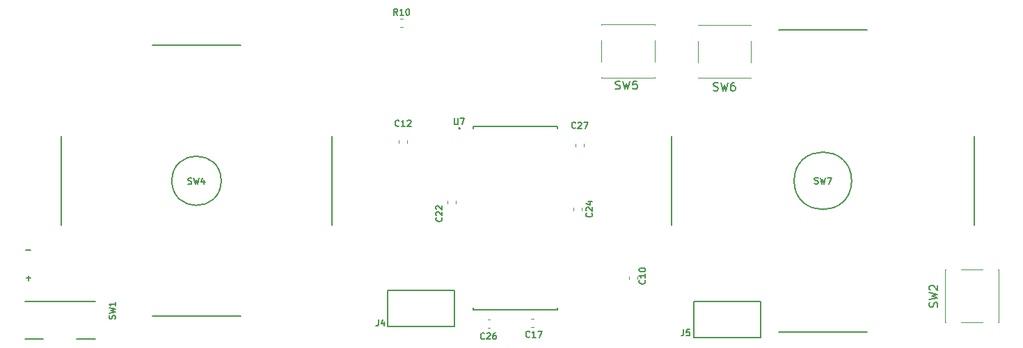
<source format=gbr>
G04 #@! TF.GenerationSoftware,KiCad,Pcbnew,5.1.3-ffb9f22~84~ubuntu18.10.1*
G04 #@! TF.CreationDate,2019-11-11T13:28:35-06:00*
G04 #@! TF.ProjectId,BurnedHead,4275726e-6564-4486-9561-642e6b696361,rev?*
G04 #@! TF.SameCoordinates,Original*
G04 #@! TF.FileFunction,Legend,Top*
G04 #@! TF.FilePolarity,Positive*
%FSLAX46Y46*%
G04 Gerber Fmt 4.6, Leading zero omitted, Abs format (unit mm)*
G04 Created by KiCad (PCBNEW 5.1.3-ffb9f22~84~ubuntu18.10.1) date 2019-11-11 13:28:35*
%MOMM*%
%LPD*%
G04 APERTURE LIST*
%ADD10C,0.127000*%
%ADD11C,0.150000*%
%ADD12C,0.120000*%
%ADD13C,0.200000*%
G04 APERTURE END LIST*
D10*
X156415014Y-170407148D02*
X156995585Y-170407148D01*
X156435334Y-173767568D02*
X157015905Y-173767568D01*
X156725620Y-174057854D02*
X156725620Y-173477282D01*
D11*
X241754660Y-176664620D02*
X237704660Y-176664620D01*
X241754660Y-176664620D02*
X245804660Y-176664620D01*
X245804660Y-176664620D02*
X245804660Y-181064620D01*
X245804660Y-181064620D02*
X237704660Y-181064620D01*
X237704660Y-181064620D02*
X237704660Y-176664620D01*
D12*
X224318291Y-157781014D02*
X224318291Y-157455456D01*
X223298291Y-157781014D02*
X223298291Y-157455456D01*
X223000521Y-165239391D02*
X223000521Y-165564949D01*
X224020521Y-165239391D02*
X224020521Y-165564949D01*
X202805425Y-157342863D02*
X202805425Y-157017305D01*
X201785425Y-157342863D02*
X201785425Y-157017305D01*
X212575255Y-179886642D02*
X212900813Y-179886642D01*
X212575255Y-178866642D02*
X212900813Y-178866642D01*
X217875901Y-179798440D02*
X218201459Y-179798440D01*
X217875901Y-178778440D02*
X218201459Y-178778440D01*
X229753700Y-173618941D02*
X229753700Y-173944499D01*
X230773700Y-173618941D02*
X230773700Y-173944499D01*
X201962834Y-143157951D02*
X202288392Y-143157951D01*
X201962834Y-142137951D02*
X202288392Y-142137951D01*
X207668829Y-164349252D02*
X207668829Y-164674810D01*
X208688829Y-164349252D02*
X208688829Y-164674810D01*
D13*
X209265000Y-155529000D02*
G75*
G03X209265000Y-155529000I-100000J0D01*
G01*
D10*
X221085000Y-155329000D02*
X221085000Y-155579000D01*
X210845000Y-155329000D02*
X210845000Y-155579000D01*
X221085000Y-177629000D02*
X221085000Y-177379000D01*
X210845000Y-177629000D02*
X210845000Y-177379000D01*
X210845000Y-155329000D02*
X221085000Y-155329000D01*
X221085000Y-177629000D02*
X210845000Y-177629000D01*
D11*
X204497940Y-175270160D02*
X200447940Y-175270160D01*
X204497940Y-175270160D02*
X208547940Y-175270160D01*
X208547940Y-175270160D02*
X208547940Y-179670160D01*
X208547940Y-179670160D02*
X200447940Y-179670160D01*
X200447940Y-179670160D02*
X200447940Y-175270160D01*
D12*
X268273140Y-172753900D02*
X268273140Y-179213900D01*
X272803140Y-172753900D02*
X270203140Y-172753900D01*
X274733140Y-172753900D02*
X274733140Y-179213900D01*
X272803140Y-179213900D02*
X270203140Y-179213900D01*
X274703140Y-172753900D02*
X274733140Y-172753900D01*
X268273140Y-172753900D02*
X268303140Y-172753900D01*
X268273140Y-179213900D02*
X268303140Y-179213900D01*
X274733140Y-179213900D02*
X274703140Y-179213900D01*
X238150000Y-149410000D02*
X244610000Y-149410000D01*
X238150000Y-144880000D02*
X238150000Y-147480000D01*
X238150000Y-142950000D02*
X244610000Y-142950000D01*
X244610000Y-144880000D02*
X244610000Y-147480000D01*
X238150000Y-142980000D02*
X238150000Y-142950000D01*
X238150000Y-149410000D02*
X238150000Y-149380000D01*
X244610000Y-149410000D02*
X244610000Y-149380000D01*
X244610000Y-142950000D02*
X244610000Y-142980000D01*
X226430000Y-149350000D02*
X232890000Y-149350000D01*
X226430000Y-144820000D02*
X226430000Y-147420000D01*
X226430000Y-142890000D02*
X232890000Y-142890000D01*
X232890000Y-144820000D02*
X232890000Y-147420000D01*
X226430000Y-142920000D02*
X226430000Y-142890000D01*
X226430000Y-149350000D02*
X226430000Y-149320000D01*
X232890000Y-149350000D02*
X232890000Y-149320000D01*
X232890000Y-142890000D02*
X232890000Y-142920000D01*
D11*
X256865000Y-161925000D02*
G75*
G03X256865000Y-161925000I-3500000J0D01*
G01*
X271765000Y-167325000D02*
X271765000Y-161925000D01*
X271765000Y-161925000D02*
X271765000Y-156525000D01*
X247965000Y-180325000D02*
X253365000Y-180325000D01*
X253365000Y-180325000D02*
X258765000Y-180325000D01*
X234965000Y-167325000D02*
X234965000Y-161925000D01*
X234965000Y-161925000D02*
X234965000Y-156525000D01*
X247965000Y-143525000D02*
X253365000Y-143525000D01*
X253365000Y-143525000D02*
X258765000Y-143525000D01*
X180165000Y-161925000D02*
G75*
G03X180165000Y-161925000I-3000000J0D01*
G01*
X193665000Y-167325000D02*
X193665000Y-161925000D01*
X193665000Y-161925000D02*
X193665000Y-156525000D01*
X171765000Y-178425000D02*
X177165000Y-178425000D01*
X177165000Y-178425000D02*
X182565000Y-178425000D01*
X160665000Y-167325000D02*
X160665000Y-161925000D01*
X160665000Y-161925000D02*
X160665000Y-156525000D01*
X171765000Y-145425000D02*
X177165000Y-145425000D01*
X177165000Y-145425000D02*
X182565000Y-145425000D01*
X156295060Y-176617600D02*
X164895060Y-176617600D01*
X156295060Y-181217600D02*
X158495060Y-181217600D01*
X162595060Y-181217600D02*
X164895060Y-181217600D01*
D10*
X236420660Y-180057334D02*
X236420660Y-180601620D01*
X236384374Y-180710477D01*
X236311802Y-180783048D01*
X236202945Y-180819334D01*
X236130374Y-180819334D01*
X237146374Y-180057334D02*
X236783517Y-180057334D01*
X236747231Y-180420191D01*
X236783517Y-180383905D01*
X236856088Y-180347620D01*
X237037517Y-180347620D01*
X237110088Y-180383905D01*
X237146374Y-180420191D01*
X237182660Y-180492762D01*
X237182660Y-180674191D01*
X237146374Y-180746762D01*
X237110088Y-180783048D01*
X237037517Y-180819334D01*
X236856088Y-180819334D01*
X236783517Y-180783048D01*
X236747231Y-180746762D01*
X223289222Y-155453442D02*
X223252937Y-155489728D01*
X223144080Y-155526014D01*
X223071508Y-155526014D01*
X222962651Y-155489728D01*
X222890080Y-155417157D01*
X222853794Y-155344585D01*
X222817508Y-155199442D01*
X222817508Y-155090585D01*
X222853794Y-154945442D01*
X222890080Y-154872871D01*
X222962651Y-154800300D01*
X223071508Y-154764014D01*
X223144080Y-154764014D01*
X223252937Y-154800300D01*
X223289222Y-154836585D01*
X223579508Y-154836585D02*
X223615794Y-154800300D01*
X223688365Y-154764014D01*
X223869794Y-154764014D01*
X223942365Y-154800300D01*
X223978651Y-154836585D01*
X224014937Y-154909157D01*
X224014937Y-154981728D01*
X223978651Y-155090585D01*
X223543222Y-155526014D01*
X224014937Y-155526014D01*
X224268937Y-154764014D02*
X224776937Y-154764014D01*
X224450365Y-155526014D01*
X225237402Y-165861637D02*
X225273688Y-165897922D01*
X225309974Y-166006780D01*
X225309974Y-166079351D01*
X225273688Y-166188208D01*
X225201117Y-166260780D01*
X225128545Y-166297065D01*
X224983402Y-166333351D01*
X224874545Y-166333351D01*
X224729402Y-166297065D01*
X224656831Y-166260780D01*
X224584260Y-166188208D01*
X224547974Y-166079351D01*
X224547974Y-166006780D01*
X224584260Y-165897922D01*
X224620545Y-165861637D01*
X224620545Y-165571351D02*
X224584260Y-165535065D01*
X224547974Y-165462494D01*
X224547974Y-165281065D01*
X224584260Y-165208494D01*
X224620545Y-165172208D01*
X224693117Y-165135922D01*
X224765688Y-165135922D01*
X224874545Y-165172208D01*
X225309974Y-165607637D01*
X225309974Y-165135922D01*
X224801974Y-164482780D02*
X225309974Y-164482780D01*
X224511688Y-164664208D02*
X225055974Y-164845637D01*
X225055974Y-164373922D01*
X201810982Y-155217222D02*
X201774697Y-155253508D01*
X201665840Y-155289794D01*
X201593268Y-155289794D01*
X201484411Y-155253508D01*
X201411840Y-155180937D01*
X201375554Y-155108365D01*
X201339268Y-154963222D01*
X201339268Y-154854365D01*
X201375554Y-154709222D01*
X201411840Y-154636651D01*
X201484411Y-154564080D01*
X201593268Y-154527794D01*
X201665840Y-154527794D01*
X201774697Y-154564080D01*
X201810982Y-154600365D01*
X202536697Y-155289794D02*
X202101268Y-155289794D01*
X202318982Y-155289794D02*
X202318982Y-154527794D01*
X202246411Y-154636651D01*
X202173840Y-154709222D01*
X202101268Y-154745508D01*
X202826982Y-154600365D02*
X202863268Y-154564080D01*
X202935840Y-154527794D01*
X203117268Y-154527794D01*
X203189840Y-154564080D01*
X203226125Y-154600365D01*
X203262411Y-154672937D01*
X203262411Y-154745508D01*
X203226125Y-154854365D01*
X202790697Y-155289794D01*
X203262411Y-155289794D01*
X212200142Y-181162142D02*
X212163857Y-181198428D01*
X212055000Y-181234714D01*
X211982428Y-181234714D01*
X211873571Y-181198428D01*
X211801000Y-181125857D01*
X211764714Y-181053285D01*
X211728428Y-180908142D01*
X211728428Y-180799285D01*
X211764714Y-180654142D01*
X211801000Y-180581571D01*
X211873571Y-180509000D01*
X211982428Y-180472714D01*
X212055000Y-180472714D01*
X212163857Y-180509000D01*
X212200142Y-180545285D01*
X212490428Y-180545285D02*
X212526714Y-180509000D01*
X212599285Y-180472714D01*
X212780714Y-180472714D01*
X212853285Y-180509000D01*
X212889571Y-180545285D01*
X212925857Y-180617857D01*
X212925857Y-180690428D01*
X212889571Y-180799285D01*
X212454142Y-181234714D01*
X212925857Y-181234714D01*
X213579000Y-180472714D02*
X213433857Y-180472714D01*
X213361285Y-180509000D01*
X213325000Y-180545285D01*
X213252428Y-180654142D01*
X213216142Y-180799285D01*
X213216142Y-181089571D01*
X213252428Y-181162142D01*
X213288714Y-181198428D01*
X213361285Y-181234714D01*
X213506428Y-181234714D01*
X213579000Y-181198428D01*
X213615285Y-181162142D01*
X213651571Y-181089571D01*
X213651571Y-180908142D01*
X213615285Y-180835571D01*
X213579000Y-180799285D01*
X213506428Y-180763000D01*
X213361285Y-180763000D01*
X213288714Y-180799285D01*
X213252428Y-180835571D01*
X213216142Y-180908142D01*
X217698999Y-180946036D02*
X217662714Y-180982322D01*
X217553857Y-181018608D01*
X217481285Y-181018608D01*
X217372428Y-180982322D01*
X217299857Y-180909751D01*
X217263571Y-180837179D01*
X217227285Y-180692036D01*
X217227285Y-180583179D01*
X217263571Y-180438036D01*
X217299857Y-180365465D01*
X217372428Y-180292894D01*
X217481285Y-180256608D01*
X217553857Y-180256608D01*
X217662714Y-180292894D01*
X217698999Y-180329179D01*
X218424714Y-181018608D02*
X217989285Y-181018608D01*
X218206999Y-181018608D02*
X218206999Y-180256608D01*
X218134428Y-180365465D01*
X218061857Y-180438036D01*
X217989285Y-180474322D01*
X218678714Y-180256608D02*
X219186714Y-180256608D01*
X218860142Y-181018608D01*
X231704242Y-174012497D02*
X231740528Y-174048782D01*
X231776814Y-174157640D01*
X231776814Y-174230211D01*
X231740528Y-174339068D01*
X231667957Y-174411640D01*
X231595385Y-174447925D01*
X231450242Y-174484211D01*
X231341385Y-174484211D01*
X231196242Y-174447925D01*
X231123671Y-174411640D01*
X231051100Y-174339068D01*
X231014814Y-174230211D01*
X231014814Y-174157640D01*
X231051100Y-174048782D01*
X231087385Y-174012497D01*
X231776814Y-173286782D02*
X231776814Y-173722211D01*
X231776814Y-173504497D02*
X231014814Y-173504497D01*
X231123671Y-173577068D01*
X231196242Y-173649640D01*
X231232528Y-173722211D01*
X231014814Y-172815068D02*
X231014814Y-172742497D01*
X231051100Y-172669925D01*
X231087385Y-172633640D01*
X231159957Y-172597354D01*
X231305100Y-172561068D01*
X231486528Y-172561068D01*
X231631671Y-172597354D01*
X231704242Y-172633640D01*
X231740528Y-172669925D01*
X231776814Y-172742497D01*
X231776814Y-172815068D01*
X231740528Y-172887640D01*
X231704242Y-172923925D01*
X231631671Y-172960211D01*
X231486528Y-172996497D01*
X231305100Y-172996497D01*
X231159957Y-172960211D01*
X231087385Y-172923925D01*
X231051100Y-172887640D01*
X231014814Y-172815068D01*
X201620142Y-141724714D02*
X201366142Y-141361857D01*
X201184714Y-141724714D02*
X201184714Y-140962714D01*
X201475000Y-140962714D01*
X201547571Y-140999000D01*
X201583857Y-141035285D01*
X201620142Y-141107857D01*
X201620142Y-141216714D01*
X201583857Y-141289285D01*
X201547571Y-141325571D01*
X201475000Y-141361857D01*
X201184714Y-141361857D01*
X202345857Y-141724714D02*
X201910428Y-141724714D01*
X202128142Y-141724714D02*
X202128142Y-140962714D01*
X202055571Y-141071571D01*
X201983000Y-141144142D01*
X201910428Y-141180428D01*
X202817571Y-140962714D02*
X202890142Y-140962714D01*
X202962714Y-140999000D01*
X202999000Y-141035285D01*
X203035285Y-141107857D01*
X203071571Y-141253000D01*
X203071571Y-141434428D01*
X203035285Y-141579571D01*
X202999000Y-141652142D01*
X202962714Y-141688428D01*
X202890142Y-141724714D01*
X202817571Y-141724714D01*
X202745000Y-141688428D01*
X202708714Y-141652142D01*
X202672428Y-141579571D01*
X202636142Y-141434428D01*
X202636142Y-141253000D01*
X202672428Y-141107857D01*
X202708714Y-141035285D01*
X202745000Y-140999000D01*
X202817571Y-140962714D01*
X206982422Y-166410277D02*
X207018708Y-166446562D01*
X207054994Y-166555420D01*
X207054994Y-166627991D01*
X207018708Y-166736848D01*
X206946137Y-166809420D01*
X206873565Y-166845705D01*
X206728422Y-166881991D01*
X206619565Y-166881991D01*
X206474422Y-166845705D01*
X206401851Y-166809420D01*
X206329280Y-166736848D01*
X206292994Y-166627991D01*
X206292994Y-166555420D01*
X206329280Y-166446562D01*
X206365565Y-166410277D01*
X206365565Y-166119991D02*
X206329280Y-166083705D01*
X206292994Y-166011134D01*
X206292994Y-165829705D01*
X206329280Y-165757134D01*
X206365565Y-165720848D01*
X206438137Y-165684562D01*
X206510708Y-165684562D01*
X206619565Y-165720848D01*
X207054994Y-166156277D01*
X207054994Y-165684562D01*
X206365565Y-165394277D02*
X206329280Y-165357991D01*
X206292994Y-165285420D01*
X206292994Y-165103991D01*
X206329280Y-165031420D01*
X206365565Y-164995134D01*
X206438137Y-164958848D01*
X206510708Y-164958848D01*
X206619565Y-164995134D01*
X207054994Y-165430562D01*
X207054994Y-164958848D01*
X208535088Y-154319514D02*
X208535088Y-154936371D01*
X208571374Y-155008942D01*
X208607660Y-155045228D01*
X208680231Y-155081514D01*
X208825374Y-155081514D01*
X208897945Y-155045228D01*
X208934231Y-155008942D01*
X208970517Y-154936371D01*
X208970517Y-154319514D01*
X209260802Y-154319514D02*
X209768802Y-154319514D01*
X209442231Y-155081514D01*
X199296020Y-178848294D02*
X199296020Y-179392580D01*
X199259734Y-179501437D01*
X199187162Y-179574008D01*
X199078305Y-179610294D01*
X199005734Y-179610294D01*
X199985448Y-179102294D02*
X199985448Y-179610294D01*
X199804020Y-178812008D02*
X199622591Y-179356294D01*
X200094305Y-179356294D01*
D11*
X267277481Y-177322313D02*
X267325100Y-177179456D01*
X267325100Y-176941360D01*
X267277481Y-176846122D01*
X267229862Y-176798503D01*
X267134624Y-176750884D01*
X267039386Y-176750884D01*
X266944148Y-176798503D01*
X266896529Y-176846122D01*
X266848910Y-176941360D01*
X266801291Y-177131837D01*
X266753672Y-177227075D01*
X266706053Y-177274694D01*
X266610815Y-177322313D01*
X266515577Y-177322313D01*
X266420339Y-177274694D01*
X266372720Y-177227075D01*
X266325100Y-177131837D01*
X266325100Y-176893741D01*
X266372720Y-176750884D01*
X266325100Y-176417551D02*
X267325100Y-176179456D01*
X266610815Y-175988980D01*
X267325100Y-175798503D01*
X266325100Y-175560408D01*
X266420339Y-175227075D02*
X266372720Y-175179456D01*
X266325100Y-175084218D01*
X266325100Y-174846122D01*
X266372720Y-174750884D01*
X266420339Y-174703265D01*
X266515577Y-174655646D01*
X266610815Y-174655646D01*
X266753672Y-174703265D01*
X267325100Y-175274694D01*
X267325100Y-174655646D01*
X240046666Y-150904761D02*
X240189523Y-150952380D01*
X240427619Y-150952380D01*
X240522857Y-150904761D01*
X240570476Y-150857142D01*
X240618095Y-150761904D01*
X240618095Y-150666666D01*
X240570476Y-150571428D01*
X240522857Y-150523809D01*
X240427619Y-150476190D01*
X240237142Y-150428571D01*
X240141904Y-150380952D01*
X240094285Y-150333333D01*
X240046666Y-150238095D01*
X240046666Y-150142857D01*
X240094285Y-150047619D01*
X240141904Y-150000000D01*
X240237142Y-149952380D01*
X240475238Y-149952380D01*
X240618095Y-150000000D01*
X240951428Y-149952380D02*
X241189523Y-150952380D01*
X241380000Y-150238095D01*
X241570476Y-150952380D01*
X241808571Y-149952380D01*
X242618095Y-149952380D02*
X242427619Y-149952380D01*
X242332380Y-150000000D01*
X242284761Y-150047619D01*
X242189523Y-150190476D01*
X242141904Y-150380952D01*
X242141904Y-150761904D01*
X242189523Y-150857142D01*
X242237142Y-150904761D01*
X242332380Y-150952380D01*
X242522857Y-150952380D01*
X242618095Y-150904761D01*
X242665714Y-150857142D01*
X242713333Y-150761904D01*
X242713333Y-150523809D01*
X242665714Y-150428571D01*
X242618095Y-150380952D01*
X242522857Y-150333333D01*
X242332380Y-150333333D01*
X242237142Y-150380952D01*
X242189523Y-150428571D01*
X242141904Y-150523809D01*
X228136666Y-150714761D02*
X228279523Y-150762380D01*
X228517619Y-150762380D01*
X228612857Y-150714761D01*
X228660476Y-150667142D01*
X228708095Y-150571904D01*
X228708095Y-150476666D01*
X228660476Y-150381428D01*
X228612857Y-150333809D01*
X228517619Y-150286190D01*
X228327142Y-150238571D01*
X228231904Y-150190952D01*
X228184285Y-150143333D01*
X228136666Y-150048095D01*
X228136666Y-149952857D01*
X228184285Y-149857619D01*
X228231904Y-149810000D01*
X228327142Y-149762380D01*
X228565238Y-149762380D01*
X228708095Y-149810000D01*
X229041428Y-149762380D02*
X229279523Y-150762380D01*
X229470000Y-150048095D01*
X229660476Y-150762380D01*
X229898571Y-149762380D01*
X230755714Y-149762380D02*
X230279523Y-149762380D01*
X230231904Y-150238571D01*
X230279523Y-150190952D01*
X230374761Y-150143333D01*
X230612857Y-150143333D01*
X230708095Y-150190952D01*
X230755714Y-150238571D01*
X230803333Y-150333809D01*
X230803333Y-150571904D01*
X230755714Y-150667142D01*
X230708095Y-150714761D01*
X230612857Y-150762380D01*
X230374761Y-150762380D01*
X230279523Y-150714761D01*
X230231904Y-150667142D01*
D10*
X252346460Y-162253748D02*
X252455317Y-162290034D01*
X252636745Y-162290034D01*
X252709317Y-162253748D01*
X252745602Y-162217462D01*
X252781888Y-162144891D01*
X252781888Y-162072320D01*
X252745602Y-161999748D01*
X252709317Y-161963462D01*
X252636745Y-161927177D01*
X252491602Y-161890891D01*
X252419031Y-161854605D01*
X252382745Y-161818320D01*
X252346460Y-161745748D01*
X252346460Y-161673177D01*
X252382745Y-161600605D01*
X252419031Y-161564320D01*
X252491602Y-161528034D01*
X252673031Y-161528034D01*
X252781888Y-161564320D01*
X253035888Y-161528034D02*
X253217317Y-162290034D01*
X253362460Y-161745748D01*
X253507602Y-162290034D01*
X253689031Y-161528034D01*
X253906745Y-161528034D02*
X254414745Y-161528034D01*
X254088174Y-162290034D01*
X176143920Y-162304548D02*
X176252777Y-162340834D01*
X176434205Y-162340834D01*
X176506777Y-162304548D01*
X176543062Y-162268262D01*
X176579348Y-162195691D01*
X176579348Y-162123120D01*
X176543062Y-162050548D01*
X176506777Y-162014262D01*
X176434205Y-161977977D01*
X176289062Y-161941691D01*
X176216491Y-161905405D01*
X176180205Y-161869120D01*
X176143920Y-161796548D01*
X176143920Y-161723977D01*
X176180205Y-161651405D01*
X176216491Y-161615120D01*
X176289062Y-161578834D01*
X176470491Y-161578834D01*
X176579348Y-161615120D01*
X176833348Y-161578834D02*
X177014777Y-162340834D01*
X177159920Y-161796548D01*
X177305062Y-162340834D01*
X177486491Y-161578834D01*
X178103348Y-161832834D02*
X178103348Y-162340834D01*
X177921920Y-161542548D02*
X177740491Y-162086834D01*
X178212205Y-162086834D01*
X167252468Y-178770280D02*
X167288754Y-178661422D01*
X167288754Y-178479994D01*
X167252468Y-178407422D01*
X167216182Y-178371137D01*
X167143611Y-178334851D01*
X167071040Y-178334851D01*
X166998468Y-178371137D01*
X166962182Y-178407422D01*
X166925897Y-178479994D01*
X166889611Y-178625137D01*
X166853325Y-178697708D01*
X166817040Y-178733994D01*
X166744468Y-178770280D01*
X166671897Y-178770280D01*
X166599325Y-178733994D01*
X166563040Y-178697708D01*
X166526754Y-178625137D01*
X166526754Y-178443708D01*
X166563040Y-178334851D01*
X166526754Y-178080851D02*
X167288754Y-177899422D01*
X166744468Y-177754280D01*
X167288754Y-177609137D01*
X166526754Y-177427708D01*
X167288754Y-176738280D02*
X167288754Y-177173708D01*
X167288754Y-176955994D02*
X166526754Y-176955994D01*
X166635611Y-177028565D01*
X166708182Y-177101137D01*
X166744468Y-177173708D01*
M02*

</source>
